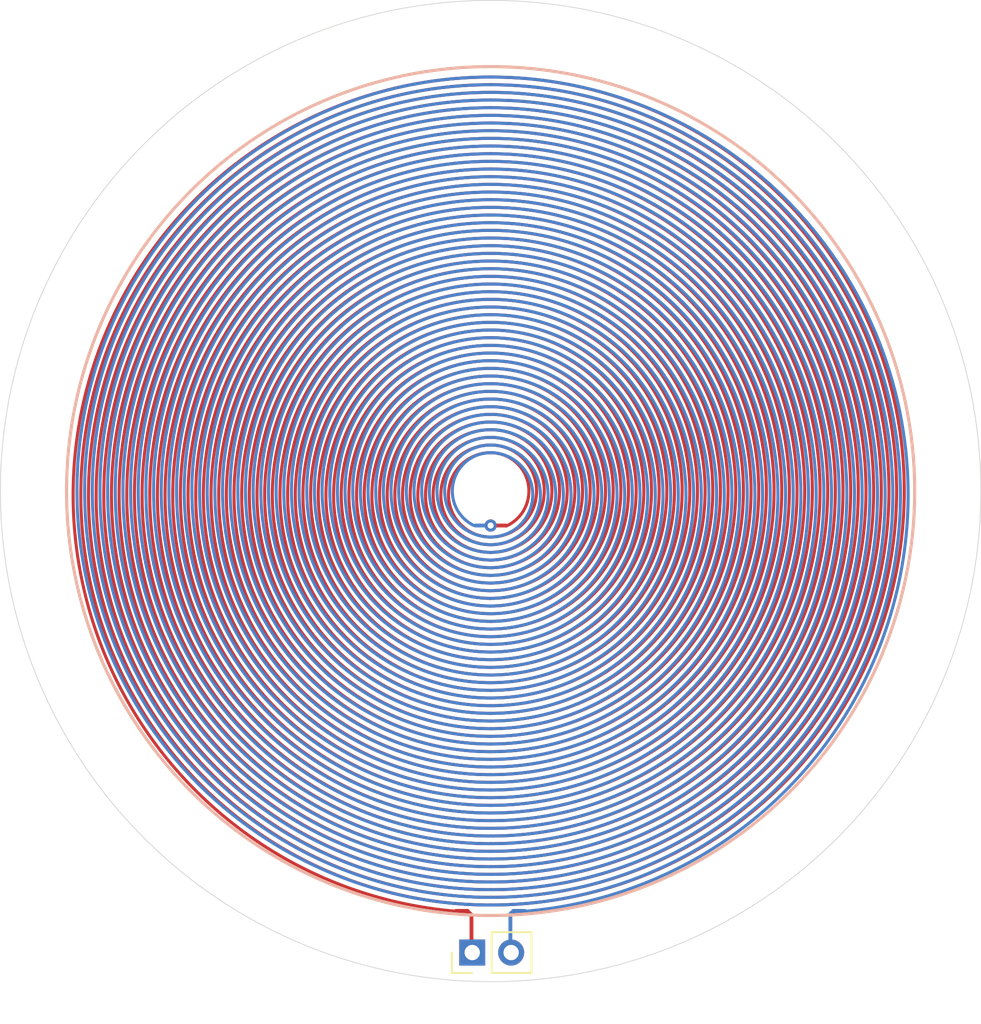
<source format=kicad_pcb>
(kicad_pcb (version 20200512) (host pcbnew "5.99.0-unknown-ad88874~101~ubuntu20.04.1")

  (general
    (thickness 1.6)
    (drawings 203)
    (tracks 9)
    (modules 1)
    (nets 2)
  )

  (paper "A4")
  (layers
    (0 "F.Cu" signal)
    (31 "B.Cu" signal)
    (32 "B.Adhes" user)
    (33 "F.Adhes" user)
    (34 "B.Paste" user)
    (35 "F.Paste" user)
    (36 "B.SilkS" user)
    (37 "F.SilkS" user)
    (38 "B.Mask" user)
    (39 "F.Mask" user)
    (40 "Dwgs.User" user)
    (41 "Cmts.User" user)
    (42 "Eco1.User" user)
    (43 "Eco2.User" user)
    (44 "Edge.Cuts" user)
    (45 "Margin" user)
    (46 "B.CrtYd" user)
    (47 "F.CrtYd" user)
    (48 "B.Fab" user)
    (49 "F.Fab" user)
  )

  (setup
    (last_trace_width 0.25)
    (trace_clearance 0.2)
    (zone_clearance 0.508)
    (zone_45_only no)
    (trace_min 0.2)
    (clearance_min 0)
    (via_min_annulus 0.05)
    (via_min_size 0.4)
    (through_hole_min 0.3)
    (via_size 0.8)
    (via_drill 0.4)
    (uvia_size 0.3)
    (uvia_drill 0.1)
    (uvias_allowed no)
    (uvia_min_size 0.2)
    (uvia_min_drill 0.1)
    (max_error 0.005)
    (defaults
      (edge_clearance 0.01)
      (edge_cuts_line_width 0.05)
      (courtyard_line_width 0.05)
      (copper_line_width 0.2)
      (copper_text_dims (size 1.5 1.5) (thickness 0.3))
      (silk_line_width 0.12)
      (silk_text_dims (size 1 1) (thickness 0.15))
      (fab_layers_line_width 0.1)
      (fab_layers_text_dims (size 1 1) (thickness 0.15))
      (other_layers_line_width 0.1)
      (other_layers_text_dims (size 1 1) (thickness 0.15))
      (dimension_units 0)
      (dimension_precision 1)
    )
    (pad_size 1.524 1.524)
    (pad_drill 0.762)
    (pad_to_mask_clearance 0.05)
    (aux_axis_origin 0 0)
    (visible_elements FFFFFF7F)
    (pcbplotparams
      (layerselection 0x010fc_ffffffff)
      (usegerberextensions false)
      (usegerberattributes true)
      (usegerberadvancedattributes true)
      (creategerberjobfile true)
      (svguseinch false)
      (svgprecision 6)
      (excludeedgelayer true)
      (linewidth 0.100000)
      (plotframeref false)
      (viasonmask false)
      (mode 1)
      (useauxorigin false)
      (hpglpennumber 1)
      (hpglpenspeed 20)
      (hpglpendiameter 15.000000)
      (psnegative false)
      (psa4output false)
      (plotreference true)
      (plotvalue true)
      (plotinvisibletext false)
      (sketchpadsonfab false)
      (subtractmaskfromsilk false)
      (outputformat 1)
      (mirror false)
      (drillshape 0)
      (scaleselection 1)
      (outputdirectory "gerbs/")
    )
  )

  (net 0 "")
  (net 1 "Net-(J1-Pad1)")

  (net_class "Default" "This is the default net class."
    (clearance 0.2)
    (trace_width 0.25)
    (via_dia 0.8)
    (via_drill 0.4)
    (uvia_dia 0.3)
    (uvia_drill 0.1)
    (add_net "Net-(J1-Pad1)")
  )

  (module "Connector_PinHeader_2.54mm:PinHeader_1x02_P2.54mm_Vertical" (layer "F.Cu") (tedit 59FED5CC) (tstamp 9561d763-7962-42c3-9458-5d270416bee5)
    (at 143.8 117.6 90)
    (descr "Through hole straight pin header, 1x02, 2.54mm pitch, single row")
    (tags "Through hole pin header THT 1x02 2.54mm single row")
    (path "/11285b0a-d409-4966-a2c4-ed6916c3fc97")
    (fp_text reference "J1" (at 0 -2.33 90) (layer "F.SilkS") hide
      (effects (font (size 1 1) (thickness 0.15)))
    )
    (fp_text value "Conn_01x02" (at 0 4.87 90) (layer "F.Fab")
      (effects (font (size 1 1) (thickness 0.15)))
    )
    (fp_line (start -0.635 -1.27) (end 1.27 -1.27) (layer "F.Fab") (width 0.1))
    (fp_line (start 1.27 -1.27) (end 1.27 3.81) (layer "F.Fab") (width 0.1))
    (fp_line (start 1.27 3.81) (end -1.27 3.81) (layer "F.Fab") (width 0.1))
    (fp_line (start -1.27 3.81) (end -1.27 -0.635) (layer "F.Fab") (width 0.1))
    (fp_line (start -1.27 -0.635) (end -0.635 -1.27) (layer "F.Fab") (width 0.1))
    (fp_line (start -1.33 3.87) (end 1.33 3.87) (layer "F.SilkS") (width 0.12))
    (fp_line (start -1.33 1.27) (end -1.33 3.87) (layer "F.SilkS") (width 0.12))
    (fp_line (start 1.33 1.27) (end 1.33 3.87) (layer "F.SilkS") (width 0.12))
    (fp_line (start -1.33 1.27) (end 1.33 1.27) (layer "F.SilkS") (width 0.12))
    (fp_line (start -1.33 0) (end -1.33 -1.33) (layer "F.SilkS") (width 0.12))
    (fp_line (start -1.33 -1.33) (end 0 -1.33) (layer "F.SilkS") (width 0.12))
    (fp_line (start -1.8 -1.8) (end -1.8 4.35) (layer "F.CrtYd") (width 0.05))
    (fp_line (start -1.8 4.35) (end 1.8 4.35) (layer "F.CrtYd") (width 0.05))
    (fp_line (start 1.8 4.35) (end 1.8 -1.8) (layer "F.CrtYd") (width 0.05))
    (fp_line (start 1.8 -1.8) (end -1.8 -1.8) (layer "F.CrtYd") (width 0.05))
    (fp_text user "${REFERENCE}" (at 0 1.27) (layer "F.Fab")
      (effects (font (size 1 1) (thickness 0.15)))
    )
    (pad "1" thru_hole rect (at 0 0 90) (size 1.7 1.7) (drill 1) (layers *.Cu *.Mask)
      (net 1 "Net-(J1-Pad1)") (pinfunction "Pin_1") (tstamp 56075f24-065a-4ac7-921b-8a0501e3b4c5))
    (pad "2" thru_hole oval (at 0 2.54 90) (size 1.7 1.7) (drill 1) (layers *.Cu *.Mask)
      (net 1 "Net-(J1-Pad1)") (pinfunction "Pin_2") (tstamp 31867e01-aeb6-44a6-8b60-dcc718892051))
    (model "${KISYS3DMOD}/Connector_PinHeader_2.54mm.3dshapes/PinHeader_1x02_P2.54mm_Vertical.wrl"
      (at (xyz 0 0 0))
      (scale (xyz 1 1 1))
      (rotate (xyz 0 0 0))
    )
  )

  (gr_circle (center 145 87.5) (end 172.681221 87.5) (layer "B.SilkS") (width 0.2) (tstamp 4819a2d6-7ac5-4734-9ecd-4f3ab84e6448))
  (gr_circle (center 145 87.5) (end 172.681221 87.5) (layer "F.SilkS") (width 0.2) (tstamp e9f0dc36-0511-41cc-b1f4-e01daf236f1f))
  (gr_arc (start 145 87.5) (end 145 85) (angle 156) (layer "F.Cu") (width 0.2) (tstamp 26419955-f8ce-4617-bd88-60e5cfa4aa06))
  (gr_arc (start 145 87.5) (end 145 85) (angle -153.4349488) (layer "B.Cu") (width 0.2) (tstamp 9cc7f630-07ad-4fe1-af77-543144871012))
  (gr_circle (center 145 87.5) (end 145 119.5) (layer "Edge.Cuts") (width 0.05) (tstamp 0bcae19a-52a0-4aab-af9f-c88342160c3c))
  (gr_arc (start 145 87.75) (end 145 66.5) (angle 180) (layer "B.Cu") (width 0.2) (tstamp ffe0c488-c4a6-497d-b512-9ba146b3e442))
  (gr_arc (start 145 87.5) (end 145 90.5) (angle 180) (layer "B.Cu") (width 0.2) (tstamp 69e0be4f-ef54-406f-9e61-956a8cd8ed47))
  (gr_arc (start 145 87.75) (end 145 68.5) (angle 180) (layer "B.Cu") (width 0.2) (tstamp e1cb62a8-539a-4883-95c4-6fb609c911c8))
  (gr_arc (start 145 87.75) (end 145 70.5) (angle 180) (layer "B.Cu") (width 0.2) (tstamp 9836f9c4-5897-4f58-82c5-e426a604dc63))
  (gr_arc (start 145 87.75) (end 145 76) (angle 180) (layer "B.Cu") (width 0.2) (tstamp 0f93fbd5-a20c-47ea-95c6-669d94473995))
  (gr_arc (start 145 87.75) (end 145 71) (angle 180) (layer "B.Cu") (width 0.2) (tstamp 8e319f58-f2e1-44c0-8371-cd0e8394ea6d))
  (gr_arc (start 145 87.75) (end 145 63.5) (angle 180) (layer "B.Cu") (width 0.2) (tstamp 356fac9a-0df7-433a-843f-0a45fcf37290))
  (gr_arc (start 145 87.5) (end 145 95.5) (angle 180) (layer "B.Cu") (width 0.2) (tstamp d03e304e-50bc-46af-8110-1b2fca6a719f))
  (gr_arc (start 145 87.5) (end 145 99) (angle 180) (layer "B.Cu") (width 0.2) (tstamp 94cf2f81-e470-44b1-9ab6-df17cdb77669))
  (gr_arc (start 145 87.5) (end 145 91) (angle 180) (layer "B.Cu") (width 0.2) (tstamp 6aaae649-981c-428c-b37d-e04d5d54093d))
  (gr_arc (start 145 87.5) (end 145 98) (angle 180) (layer "B.Cu") (width 0.2) (tstamp 9ee6b88d-0d44-4c45-b381-2e31c46e2982))
  (gr_arc (start 145 87.5) (end 145 103) (angle 180) (layer "B.Cu") (width 0.2) (tstamp fa2bd5dd-0a3b-4014-a4eb-8b5945d19d20))
  (gr_arc (start 145 87.5) (end 145 96.5) (angle 180) (layer "B.Cu") (width 0.2) (tstamp 2158fb00-5bba-436b-a401-bb9c98d060ec))
  (gr_arc (start 145 87.75) (end 145 65) (angle 180) (layer "B.Cu") (width 0.2) (tstamp 0c5cf7f5-f18f-44ef-bc6c-d4ca7b6cffc1))
  (gr_arc (start 145 87.5) (end 145 109) (angle 180) (layer "B.Cu") (width 0.2) (tstamp 581fbee8-65e2-4f98-ac87-9609e4695e1f))
  (gr_arc (start 145 87.75) (end 145 65.5) (angle 180) (layer "B.Cu") (width 0.2) (tstamp 52f86802-35f3-43f0-868e-edb9dbafcc11))
  (gr_arc (start 145 87.75) (end 145 80.5) (angle 180) (layer "B.Cu") (width 0.2) (tstamp 5d4013f9-d332-4912-aa90-8dcdb1c5ed47))
  (gr_arc (start 145 87.5) (end 145 108) (angle 180) (layer "B.Cu") (width 0.2) (tstamp bc63a1f6-39dd-4572-856a-4f1968b19f2e))
  (gr_arc (start 145 87.75) (end 145 73.5) (angle 180) (layer "B.Cu") (width 0.2) (tstamp 3c780de3-29c1-4d66-b9d5-81c494689e47))
  (gr_arc (start 145 87.75) (end 145 75.5) (angle 180) (layer "B.Cu") (width 0.2) (tstamp 8264028f-97b7-47df-a195-5040dd09bfbb))
  (gr_arc (start 145 87.75) (end 145 74.5) (angle 180) (layer "B.Cu") (width 0.2) (tstamp ab5d15f2-7e8b-4233-9758-e8f2e9bb2664))
  (gr_arc (start 145 87.75) (end 145 67) (angle 180) (layer "B.Cu") (width 0.2) (tstamp 4d0dce12-c567-4216-921b-4003a1402ea2))
  (gr_arc (start 145 87.5) (end 145 105.5) (angle 180) (layer "B.Cu") (width 0.2) (tstamp 47e2b383-b0d5-4228-854e-88cb579c87ea))
  (gr_arc (start 145 87.5) (end 145 112) (angle 180) (layer "B.Cu") (width 0.2) (tstamp 9bbfdc5c-8ef0-457f-987f-a722f172fccc))
  (gr_arc (start 145 87.75) (end 145 75) (angle 180) (layer "B.Cu") (width 0.2) (tstamp 82c82e94-ab13-4a73-be85-7e4f184b8828))
  (gr_arc (start 145 87.75) (end 145 61.5) (angle 180) (layer "B.Cu") (width 0.2) (tstamp 47338ce6-9343-455e-9852-83f126994014))
  (gr_arc (start 145 87.75) (end 145 84.5) (angle 180) (layer "B.Cu") (width 0.2) (tstamp 06cdd209-cb61-4469-9d0c-df7a1880cc26))
  (gr_arc (start 145 87.5) (end 145 107.5) (angle 180) (layer "B.Cu") (width 0.2) (tstamp 424ca79a-de38-495f-b755-559c5b5a23be))
  (gr_arc (start 145 87.75) (end 145 76.5) (angle 180) (layer "B.Cu") (width 0.2) (tstamp d05c7675-a585-4ab9-aa5f-cff5f6105965))
  (gr_arc (start 145 87.75) (end 145 72.5) (angle 180) (layer "B.Cu") (width 0.2) (tstamp 71896943-fd2e-41f9-8d57-599fbdcb3a1b))
  (gr_arc (start 145 87.5) (end 145 93) (angle 180) (layer "B.Cu") (width 0.2) (tstamp 8d0d9d13-b208-4c4e-9b7f-07fccc56963b))
  (gr_arc (start 145 87.5) (end 145 101) (angle 180) (layer "B.Cu") (width 0.2) (tstamp 0b30ebec-5645-40a3-b283-58240171b467))
  (gr_arc (start 145 87.75) (end 145 60.5) (angle 177) (layer "B.Cu") (width 0.2) (tstamp 341a29ac-ed35-481d-a1e1-3d4e7a6fa4d3))
  (gr_arc (start 145 87.5) (end 145 111.5) (angle 180) (layer "B.Cu") (width 0.2) (tstamp d4494aef-e53b-4c02-80d9-94126c1f9e76))
  (gr_arc (start 145 87.5) (end 145 97) (angle 180) (layer "B.Cu") (width 0.2) (tstamp eb2428fe-f837-4f79-972a-36bf13b7e568))
  (gr_arc (start 145 87.75) (end 145 66) (angle 180) (layer "B.Cu") (width 0.2) (tstamp 789c1c24-a2fd-48f1-8463-96668e550a94))
  (gr_arc (start 145 87.75) (end 145 82.5) (angle 180) (layer "B.Cu") (width 0.2) (tstamp 28c07873-37af-450c-8175-c03763b45bb6))
  (gr_arc (start 145 87.5) (end 145 107) (angle 180) (layer "B.Cu") (width 0.2) (tstamp d26d380f-845b-4067-85c9-5381d26a1183))
  (gr_arc (start 145 87.5) (end 145 95) (angle 180) (layer "B.Cu") (width 0.2) (tstamp 388ab350-33a6-40a5-a108-fe78bfa508e1))
  (gr_arc (start 145 87.75) (end 145 79) (angle 180) (layer "B.Cu") (width 0.2) (tstamp 5c465f6b-9c62-45ba-8026-14a2eb5dd924))
  (gr_arc (start 145 87.5) (end 145 113) (angle 180) (layer "B.Cu") (width 0.2) (tstamp cc376227-dd44-456a-8b78-7f1bbcfdc12f))
  (gr_arc (start 145 87.75) (end 145 71.5) (angle 180) (layer "B.Cu") (width 0.2) (tstamp 48030679-34f9-4f63-901f-926b1f84e85a))
  (gr_arc (start 145 87.5) (end 145 91.5) (angle 180) (layer "B.Cu") (width 0.2) (tstamp b517d7b0-a3cc-4382-bcc7-3b195e4cd14d))
  (gr_arc (start 145 87.75) (end 145 78.5) (angle 180) (layer "B.Cu") (width 0.2) (tstamp 2881f0aa-469f-4bf9-8481-19e58dae9741))
  (gr_arc (start 145 87.5) (end 145 106) (angle 180) (layer "B.Cu") (width 0.2) (tstamp 4e083b24-a5ed-40d3-b85a-ab3d69ae9fbf))
  (gr_arc (start 145 87.75) (end 145 81.5) (angle 180) (layer "B.Cu") (width 0.2) (tstamp 4c393869-eb31-4598-ac9b-d6f4ea8a1628))
  (gr_arc (start 145 87.5) (end 145 105) (angle 180) (layer "B.Cu") (width 0.2) (tstamp 5267382e-d4b3-468a-99d8-dc98d473310a))
  (gr_arc (start 145 87.75) (end 145 77.5) (angle 180) (layer "B.Cu") (width 0.2) (tstamp 77f9125b-c66a-4e86-b499-12c84946b8f8))
  (gr_arc (start 145 87.5) (end 145 103.5) (angle 180) (layer "B.Cu") (width 0.2) (tstamp f54bd920-259a-4b45-82ce-82171b63b92b))
  (gr_arc (start 145 87.5) (end 145 111) (angle 180) (layer "B.Cu") (width 0.2) (tstamp 04c0340a-5933-41e1-b45a-7d2a870d97b2))
  (gr_arc (start 145 87.5) (end 145 102) (angle 180) (layer "B.Cu") (width 0.2) (tstamp 26d61195-1e75-4f7f-893c-eec62f6efbba))
  (gr_arc (start 145 87.75) (end 145 77) (angle 180) (layer "B.Cu") (width 0.2) (tstamp f7a30914-baca-47e5-8142-36d4aa788006))
  (gr_arc (start 145 87.5) (end 145 114) (angle 180) (layer "B.Cu") (width 0.2) (tstamp 8b2f1d87-15be-4f9c-95df-28e41b1c2039))
  (gr_arc (start 145 87.75) (end 145 62) (angle 180) (layer "B.Cu") (width 0.2) (tstamp 1ee70ed8-e29e-4975-8465-307570d35072))
  (gr_arc (start 145 87.75) (end 145 84) (angle 180) (layer "B.Cu") (width 0.2) (tstamp 475bc83b-d1f1-494f-ba94-3bf5921bd3e0))
  (gr_arc (start 145 87.75) (end 145 85) (angle 180) (layer "B.Cu") (width 0.2) (tstamp 527bc4c7-7c03-491f-bd93-a0c06f0bc493))
  (gr_arc (start 145 87.75) (end 145 83.5) (angle 180) (layer "B.Cu") (width 0.2) (tstamp 8d68b3b3-44f9-47d5-aff9-da097177992e))
  (gr_arc (start 145 87.75) (end 145 61) (angle 180) (layer "B.Cu") (width 0.2) (tstamp 0719d7d3-9426-407c-ad49-e1f30015ccf2))
  (gr_arc (start 145 87.5) (end 145 113.5) (angle 180) (layer "B.Cu") (width 0.2) (tstamp 2500126d-c8f2-450c-9778-59c8597221e6))
  (gr_arc (start 145 87.5) (end 145 110.5) (angle 180) (layer "B.Cu") (width 0.2) (tstamp 5dfeb943-fd45-4e40-91f6-4aa17fb13645))
  (gr_arc (start 145 87.5) (end 145 106.5) (angle 180) (layer "B.Cu") (width 0.2) (tstamp 4658a09b-833e-4d0f-89f5-eb68889a3c25))
  (gr_arc (start 145 87.75) (end 145 80) (angle 180) (layer "B.Cu") (width 0.2) (tstamp caf322b5-4767-43f9-870b-3844bc5087ac))
  (gr_arc (start 145 87.75) (end 145 68) (angle 180) (layer "B.Cu") (width 0.2) (tstamp 706353f6-9357-4622-b460-cf1944c86ece))
  (gr_arc (start 145 87.75) (end 145 67.5) (angle 180) (layer "B.Cu") (width 0.2) (tstamp 0cf874a5-0c57-4597-8894-b751aef0bf48))
  (gr_arc (start 145 87.5) (end 145 108.5) (angle 180) (layer "B.Cu") (width 0.2) (tstamp 57a2f3df-8d28-4284-8e66-0a9f7fbae168))
  (gr_arc (start 145 87.5) (end 145 96) (angle 180) (layer "B.Cu") (width 0.2) (tstamp d980d2da-d4f4-43d9-9c89-e117479ccc49))
  (gr_arc (start 145 87.5) (end 145 110) (angle 180) (layer "B.Cu") (width 0.2) (tstamp 4d7bc906-d67f-48e7-81f7-4ee0052d35c6))
  (gr_arc (start 145 87.75) (end 145 63) (angle 180) (layer "B.Cu") (width 0.2) (tstamp 758736f0-7b82-4760-9c6c-7924be7c3034))
  (gr_arc (start 145 87.5) (end 145 93.5) (angle 180) (layer "B.Cu") (width 0.2) (tstamp f6084248-0548-424b-b389-9937c2bf0dbb))
  (gr_arc (start 145 87.5) (end 145 92) (angle 180) (layer "B.Cu") (width 0.2) (tstamp b519886e-ba97-415e-a343-e432bb8aebba))
  (gr_arc (start 145 87.5) (end 145 112.5) (angle 180) (layer "B.Cu") (width 0.2) (tstamp 36fa8923-581a-42f1-a942-6b8d4cb28115))
  (gr_arc (start 145 87.5) (end 145 109.5) (angle 180) (layer "B.Cu") (width 0.2) (tstamp 2ec0637c-17b1-4a25-842e-fa28b9b7d917))
  (gr_arc (start 145 87.75) (end 145 73) (angle 180) (layer "B.Cu") (width 0.2) (tstamp b494c474-39e7-4d6b-8abc-176334ed23bc))
  (gr_arc (start 145 87.5) (end 145 114.5) (angle 180) (layer "B.Cu") (width 0.2) (tstamp 0b9c42af-394f-4f5b-8f5f-d216ce4ff3a5))
  (gr_arc (start 145 87.75) (end 145 64.5) (angle 180) (layer "B.Cu") (width 0.2) (tstamp 99aa48c3-50ca-4a72-ab20-a06b5688490c))
  (gr_arc (start 145 87.75) (end 145 70) (angle 180) (layer "B.Cu") (width 0.2) (tstamp 06180004-b3bc-4de2-83a4-53417f27eab4))
  (gr_arc (start 145 87.75) (end 145 64) (angle 180) (layer "B.Cu") (width 0.2) (tstamp 9f579f92-c4bc-4033-98a6-32003024eeb5))
  (gr_arc (start 145 87.5) (end 145 94.5) (angle 180) (layer "B.Cu") (width 0.2) (tstamp c333cf1e-0865-4226-87ce-3fe644b0f90d))
  (gr_arc (start 145 87.5) (end 145 101.5) (angle 180) (layer "B.Cu") (width 0.2) (tstamp b9bc9a11-39ce-4e96-9ebf-c72d003cae5b))
  (gr_arc (start 145 87.75) (end 145 69.5) (angle 180) (layer "B.Cu") (width 0.2) (tstamp 5b84ccea-53ef-4c73-a7c2-4231e887a79e))
  (gr_arc (start 145 87.75) (end 145 82) (angle 180) (layer "B.Cu") (width 0.2) (tstamp 40705d58-45ac-4bd2-9593-b069b6b5e06d))
  (gr_arc (start 145 87.5) (end 145 100) (angle 180) (layer "B.Cu") (width 0.2) (tstamp 76c1235b-ccd4-4f4c-8109-4ce2b25d4b31))
  (gr_arc (start 145 87.5) (end 145 92.5) (angle 180) (layer "B.Cu") (width 0.2) (tstamp 21ca9379-08f3-40dc-9ac5-90cc597b7fdd))
  (gr_arc (start 145 87.5) (end 145 99.5) (angle 180) (layer "B.Cu") (width 0.2) (tstamp 5820361e-91db-4032-8d33-6ed7bb1020f5))
  (gr_arc (start 145 87.5) (end 145 104) (angle 180) (layer "B.Cu") (width 0.2) (tstamp 79a8dd0b-c122-4fad-9293-07d69f9a4963))
  (gr_arc (start 145 87.5) (end 145 98.5) (angle 180) (layer "B.Cu") (width 0.2) (tstamp 532ce113-879a-40d6-9816-846f3e238a3b))
  (gr_arc (start 145 87.5) (end 145 104.5) (angle 180) (layer "B.Cu") (width 0.2) (tstamp b3ebb204-3785-4489-bda9-4639e81fd65d))
  (gr_arc (start 145 87.75) (end 145 78) (angle 180) (layer "B.Cu") (width 0.2) (tstamp 8c915c43-f559-4760-9bad-f7caf5c022d0))
  (gr_arc (start 145 87.75) (end 145 74) (angle 180) (layer "B.Cu") (width 0.2) (tstamp 443e32b6-3750-4acd-aa07-da837006d3a5))
  (gr_arc (start 145 87.5) (end 145 100.5) (angle 180) (layer "B.Cu") (width 0.2) (tstamp 3472828b-e932-4bce-ab19-35114c54cd9e))
  (gr_arc (start 145 87.75) (end 145 62.5) (angle 180) (layer "B.Cu") (width 0.2) (tstamp 6e6d97f7-81a2-4afb-b67f-623e86fc6e82))
  (gr_arc (start 145 87.75) (end 145 81) (angle 180) (layer "B.Cu") (width 0.2) (tstamp 013eaabf-066b-421a-8133-45d681661ac3))
  (gr_arc (start 145 87.75) (end 145 79.5) (angle 180) (layer "B.Cu") (width 0.2) (tstamp e23b7857-5a62-4c77-a4a5-aa6d12124eff))
  (gr_arc (start 145 87.5) (end 145 97.5) (angle 180) (layer "B.Cu") (width 0.2) (tstamp c39807fd-24cc-4d7b-805b-6ef484aaea74))
  (gr_arc (start 145 87.75) (end 145 72) (angle 180) (layer "B.Cu") (width 0.2) (tstamp 0d97f723-43e5-4024-9ae9-1feac9219679))
  (gr_arc (start 145 87.75) (end 145 83) (angle 180) (layer "B.Cu") (width 0.2) (tstamp 0e904173-f04b-49ac-aa87-a6123a72e942))
  (gr_arc (start 145 87.75) (end 145 69) (angle 180) (layer "B.Cu") (width 0.2) (tstamp 692b11b5-1f7b-43ef-b621-34a3a7316669))
  (gr_arc (start 145 87.5) (end 145 94) (angle 180) (layer "B.Cu") (width 0.2) (tstamp 82f7edbc-65f6-4978-9ed3-a44c3fb28a51))
  (gr_arc (start 145 87.5) (end 145 102.5) (angle 180) (layer "B.Cu") (width 0.2) (tstamp d061e815-a715-4981-a39f-8299b76b4699))
  (gr_arc (start 145 87.75) (end 145 60.5) (angle -177) (layer "F.Cu") (width 0.2) (tstamp cfabdd03-2906-4067-9aed-516134245624))
  (gr_arc (start 145 87.75) (end 145 61) (angle -180) (layer "F.Cu") (width 0.2) (tstamp c2f57242-4f4a-47d8-972c-381402786848))
  (gr_arc (start 145 87.75) (end 145 61.5) (angle -180) (layer "F.Cu") (width 0.2) (tstamp 837fd62a-2b3e-49e6-8f13-af20debfdc13))
  (gr_arc (start 145 87.75) (end 145 62) (angle -180) (layer "F.Cu") (width 0.2) (tstamp c30db1c2-91a3-4018-ab75-3d84c6f5a864))
  (gr_arc (start 145 87.75) (end 145 62.5) (angle -180) (layer "F.Cu") (width 0.2) (tstamp 5412b934-0d5f-4cef-95e8-c5397a34b184))
  (gr_arc (start 145 87.75) (end 145 63) (angle -180) (layer "F.Cu") (width 0.2) (tstamp 4ea6d83f-b944-4cc7-ac49-7dede1436f9d))
  (gr_arc (start 145 87.75) (end 145 63.5) (angle -180) (layer "F.Cu") (width 0.2) (tstamp 6179b31c-403e-4368-9b41-f8cebefdee0a))
  (gr_arc (start 145 87.75) (end 145 64) (angle -180) (layer "F.Cu") (width 0.2) (tstamp 6e4e08cf-0216-4da2-8250-ae43c4134e23))
  (gr_arc (start 145 87.5) (end 145 114.5) (angle -180) (layer "F.Cu") (width 0.2) (tstamp d1523580-5b39-4c49-b74f-87e2e3684ad4))
  (gr_arc (start 145 87.5) (end 145 114) (angle -180) (layer "F.Cu") (width 0.2) (tstamp eed63794-ffe2-49a6-afd3-395b1b482eb1))
  (gr_arc (start 145 87.5) (end 145 113.5) (angle -180) (layer "F.Cu") (width 0.2) (tstamp 3be87979-524d-466b-9a1c-cf6b06d65558))
  (gr_arc (start 145 87.75) (end 145 64.5) (angle -180) (layer "F.Cu") (width 0.2) (tstamp 5870b4f6-0434-4cdc-b44c-3581ad5ba6ec))
  (gr_arc (start 145 87.5) (end 145 113) (angle -180) (layer "F.Cu") (width 0.2) (tstamp c452e1f6-9875-4b94-8b84-ca099b9faeb5))
  (gr_arc (start 145 87.5) (end 145 112.5) (angle -180) (layer "F.Cu") (width 0.2) (tstamp 85b26143-9ea2-44df-839c-35310acd2a8f))
  (gr_arc (start 145 87.5) (end 145 112) (angle -180) (layer "F.Cu") (width 0.2) (tstamp bbdd9416-810c-4032-a502-7f48736e7193))
  (gr_arc (start 145 87.5) (end 145 111.5) (angle -180) (layer "F.Cu") (width 0.2) (tstamp 6fb9ea44-de29-4df4-9a14-327c2ab98199))
  (gr_arc (start 145 87.75) (end 145 65) (angle -180) (layer "F.Cu") (width 0.2) (tstamp e7a9d7f5-cc12-4b3c-83c1-34c93400b2f3))
  (gr_arc (start 145 87.5) (end 145 111) (angle -180) (layer "F.Cu") (width 0.2) (tstamp 3c01358a-2bb1-4f6b-a51c-ee7db3b650fe))
  (gr_arc (start 145 87.5) (end 145 110.5) (angle -180) (layer "F.Cu") (width 0.2) (tstamp 25d70a10-067a-4a5c-b59a-ed3f1411c644))
  (gr_arc (start 145 87.5) (end 145 110) (angle -180) (layer "F.Cu") (width 0.2) (tstamp 20788bae-baaa-4f21-9a89-db748a64b1f9))
  (gr_arc (start 145 87.75) (end 145 65.5) (angle -180) (layer "F.Cu") (width 0.2) (tstamp aa6bf7d8-9218-4d4e-b72d-e0ff9f5eece8))
  (gr_arc (start 145 87.5) (end 145 109.5) (angle -180) (layer "F.Cu") (width 0.2) (tstamp d6302c8f-bf65-47d8-97aa-67d72bf5b8c3))
  (gr_arc (start 145 87.75) (end 145 66) (angle -180) (layer "F.Cu") (width 0.2) (tstamp 3d55c9b4-2f83-4dd8-a51b-063726a2bda4))
  (gr_arc (start 145 87.5) (end 145 109) (angle -180) (layer "F.Cu") (width 0.2) (tstamp 989cff7e-eca7-4098-9cc1-bd05fea7d709))
  (gr_arc (start 145 87.75) (end 145 66.5) (angle -180) (layer "F.Cu") (width 0.2) (tstamp 4886fa57-ee8b-473f-a5b9-03fd65188173))
  (gr_arc (start 145 87.5) (end 145 108.5) (angle -180) (layer "F.Cu") (width 0.2) (tstamp 47200518-f020-46f6-a4b9-5ab9e3813594))
  (gr_arc (start 145 87.75) (end 145 67) (angle -180) (layer "F.Cu") (width 0.2) (tstamp 2d45078b-3ac1-4a8e-88d5-3186c0ec7cea))
  (gr_arc (start 145 87.5) (end 145 108) (angle -180) (layer "F.Cu") (width 0.2) (tstamp 183e0221-baf8-4ee3-b09e-7c3837ab492b))
  (gr_arc (start 145 87.75) (end 145 75.5) (angle -180) (layer "F.Cu") (width 0.2) (tstamp eed9a34a-c564-450d-8ebc-442dbc684c25))
  (gr_arc (start 145 87.75) (end 145 75) (angle -180) (layer "F.Cu") (width 0.2) (tstamp 86630dc9-24fb-41ae-b2d1-fd0ea79a0fad))
  (gr_arc (start 145 87.75) (end 145 74.5) (angle -180) (layer "F.Cu") (width 0.2) (tstamp 6354ad0b-831d-4249-be14-adcbccaf57f4))
  (gr_arc (start 145 87.75) (end 145 74) (angle -180) (layer "F.Cu") (width 0.2) (tstamp ba9f9d38-ae90-4b7b-94e5-7d20702dad2f))
  (gr_arc (start 145 87.75) (end 145 73.5) (angle -180) (layer "F.Cu") (width 0.2) (tstamp fac0227d-7d44-4212-ad57-f2114562ddd4))
  (gr_arc (start 145 87.75) (end 145 73) (angle -180) (layer "F.Cu") (width 0.2) (tstamp d9461354-9dac-41a0-950e-b808d27ef2cc))
  (gr_arc (start 145 87.75) (end 145 72.5) (angle -180) (layer "F.Cu") (width 0.2) (tstamp c90bc505-a103-4ec8-ba3d-f047d31f087b))
  (gr_arc (start 145 87.75) (end 145 72) (angle -180) (layer "F.Cu") (width 0.2) (tstamp 29a04b63-6228-4b36-8709-0f39509b4a44))
  (gr_arc (start 145 87.75) (end 145 71.5) (angle -180) (layer "F.Cu") (width 0.2) (tstamp b238aed7-033e-4133-9a6c-5f7ec1c67702))
  (gr_arc (start 145 87.75) (end 145 71) (angle -180) (layer "F.Cu") (width 0.2) (tstamp 93c64043-ad65-4d3e-94a8-12adbe7c1b15))
  (gr_arc (start 145 87.75) (end 145 70.5) (angle -180) (layer "F.Cu") (width 0.2) (tstamp 30e456bd-2575-4a0c-b594-087df312616c))
  (gr_arc (start 145 87.75) (end 145 70) (angle -180) (layer "F.Cu") (width 0.2) (tstamp 913fcc19-6255-4d67-88a7-e751f21c3d29))
  (gr_arc (start 145 87.75) (end 145 69.5) (angle -180) (layer "F.Cu") (width 0.2) (tstamp afffc85a-74c3-45cf-9f19-92654de57ba7))
  (gr_arc (start 145 87.75) (end 145 69) (angle -180) (layer "F.Cu") (width 0.2) (tstamp 653f5216-197e-4c55-aa82-23576173485c))
  (gr_arc (start 145 87.75) (end 145 68.5) (angle -180) (layer "F.Cu") (width 0.2) (tstamp 6eae53fb-d87e-4b80-8403-13cc64f7307e))
  (gr_arc (start 145 87.75) (end 145 68) (angle -180) (layer "F.Cu") (width 0.2) (tstamp 30316ad9-aaed-4836-8e9d-f2636e9c3c91))
  (gr_arc (start 145 87.75) (end 145 67.5) (angle -180) (layer "F.Cu") (width 0.2) (tstamp e96b8a22-1dcd-408d-bd96-a31789086296))
  (gr_arc (start 145 87.75) (end 145 78.5) (angle -180) (layer "F.Cu") (width 0.2) (tstamp 08159045-b896-45c9-93bb-bedf3782f753))
  (gr_arc (start 145 87.75) (end 145 85) (angle -180) (layer "F.Cu") (width 0.2) (tstamp ba87ea7d-0495-4a41-8804-5a62ae410707))
  (gr_arc (start 145 87.75) (end 145 76) (angle -180) (layer "F.Cu") (width 0.2) (tstamp 388e7443-97eb-4cf8-adbe-0ca9c5459d8a))
  (gr_arc (start 145 87.75) (end 145 77) (angle -180) (layer "F.Cu") (width 0.2) (tstamp ba87714b-355e-4aeb-ba98-8eb47986f890))
  (gr_arc (start 145 87.75) (end 145 77.5) (angle -180) (layer "F.Cu") (width 0.2) (tstamp 738b1941-7069-477d-bb69-0ee64cfcdd37))
  (gr_arc (start 145 87.75) (end 145 78) (angle -180) (layer "F.Cu") (width 0.2) (tstamp beb9f170-bf60-4035-b44f-390eba6bfbae))
  (gr_arc (start 145 87.75) (end 145 83) (angle -180) (layer "F.Cu") (width 0.2) (tstamp 83e696ac-169f-4062-b295-f64b13f33376))
  (gr_arc (start 145 87.75) (end 145 83.5) (angle -180) (layer "F.Cu") (width 0.2) (tstamp ea0b2e52-a4f5-47e7-9718-e065e0c15749))
  (gr_arc (start 145 87.75) (end 145 84) (angle -180) (layer "F.Cu") (width 0.2) (tstamp e55f4578-e5fe-4a68-a5cb-05f9c10f86c4))
  (gr_arc (start 145 87.75) (end 145 84.5) (angle -180) (layer "F.Cu") (width 0.2) (tstamp 1729d100-cecb-4f8a-a1b3-547904c1ae9c))
  (gr_arc (start 145 87.5) (end 145 90.5) (angle -180) (layer "F.Cu") (width 0.2) (tstamp 827068e4-07e9-4124-a1c9-fdf5f34718d9))
  (gr_arc (start 145 87.5) (end 145 91) (angle -180) (layer "F.Cu") (width 0.2) (tstamp afe0af80-7821-475b-a1f3-027b7b69ebd2))
  (gr_arc (start 145 87.5) (end 145 91.5) (angle -180) (layer "F.Cu") (width 0.2) (tstamp 5a345f7a-39b3-44f5-96d5-8560d333d7ec))
  (gr_arc (start 145 87.5) (end 145 92) (angle -180) (layer "F.Cu") (width 0.2) (tstamp 13153942-3f4e-48c7-96b1-7bd447eba0c6))
  (gr_arc (start 145 87.5) (end 145 107.5) (angle -180) (layer "F.Cu") (width 0.2) (tstamp ba06137c-e1a4-4d1c-bd76-b50ed555241b))
  (gr_arc (start 145 87.5) (end 145 107) (angle -180) (layer "F.Cu") (width 0.2) (tstamp c7fb8fe9-a409-4652-8a59-cc70b64cefaf))
  (gr_arc (start 145 87.5) (end 145 106.5) (angle -180) (layer "F.Cu") (width 0.2) (tstamp e0c5dc7f-17f0-41da-adf2-2dc0ab565119))
  (gr_arc (start 145 87.5) (end 145 106) (angle -180) (layer "F.Cu") (width 0.2) (tstamp 81faa78f-7019-4de2-b11d-e678d23b81da))
  (gr_arc (start 145 87.5) (end 145 105.5) (angle -180) (layer "F.Cu") (width 0.2) (tstamp 2c7c7f1f-ee58-4997-be58-cb50607b330e))
  (gr_arc (start 145 87.5) (end 145 105) (angle -180) (layer "F.Cu") (width 0.2) (tstamp ac05de4f-146a-455c-b207-fab3ab70fb1e))
  (gr_arc (start 145 87.5) (end 145 104.5) (angle -180) (layer "F.Cu") (width 0.2) (tstamp e2984a8c-2034-4dc4-a7ee-54298cf183bd))
  (gr_arc (start 145 87.5) (end 145 104) (angle -180) (layer "F.Cu") (width 0.2) (tstamp 3feebb84-ce01-4404-8e7d-427d91ee0288))
  (gr_arc (start 145 87.5) (end 145 103.5) (angle -180) (layer "F.Cu") (width 0.2) (tstamp ddbacaff-0db1-4df8-afe3-d59447a96930))
  (gr_arc (start 145 87.5) (end 145 103) (angle -180) (layer "F.Cu") (width 0.2) (tstamp 4aed89c1-5704-4e1c-bbee-0fd3f87c8cc5))
  (gr_arc (start 145 87.5) (end 145 102.5) (angle -180) (layer "F.Cu") (width 0.2) (tstamp edaf71b6-b335-4250-b874-f35add5d7816))
  (gr_arc (start 145 87.5) (end 145 102) (angle -180) (layer "F.Cu") (width 0.2) (tstamp 235fefa3-00fa-4797-b775-fdb85a951a2c))
  (gr_arc (start 145 87.5) (end 145 101.5) (angle -180) (layer "F.Cu") (width 0.2) (tstamp d6499ec2-97ba-4e14-8870-9b5934346469))
  (gr_arc (start 145 87.5) (end 145 101) (angle -180) (layer "F.Cu") (width 0.2) (tstamp e5ec5566-9e65-4c61-91ec-b8b008e9a398))
  (gr_arc (start 145 87.5) (end 145 100.5) (angle -180) (layer "F.Cu") (width 0.2) (tstamp fb1170be-6544-43ad-b638-b593acc1d9b9))
  (gr_arc (start 145 87.5) (end 145 100) (angle -180) (layer "F.Cu") (width 0.2) (tstamp f2fb9a74-a9c6-4636-9972-2d4e1495e022))
  (gr_arc (start 145 87.5) (end 145 99.5) (angle -180) (layer "F.Cu") (width 0.2) (tstamp c72d0404-0401-492b-a9f8-3d3c6ca25d12))
  (gr_arc (start 145 87.75) (end 145 76.5) (angle -180) (layer "F.Cu") (width 0.2) (tstamp 44435aa9-8746-41e8-937c-ad04d07d317d))
  (gr_arc (start 145 87.5) (end 145 99) (angle -180) (layer "F.Cu") (width 0.2) (tstamp 4a5be4cd-2d00-4ad4-bd8d-28bc0eec3e08))
  (gr_arc (start 145 87.5) (end 145 98.5) (angle -180) (layer "F.Cu") (width 0.2) (tstamp 9c3e0421-b2bf-445a-9aba-7d356189fe62))
  (gr_arc (start 145 87.5) (end 145 98) (angle -180) (layer "F.Cu") (width 0.2) (tstamp ad630705-d555-412c-9edb-81bcf04b9eab))
  (gr_arc (start 145 87.5) (end 145 97.5) (angle -180) (layer "F.Cu") (width 0.2) (tstamp 7be67e85-e18b-40dc-8147-e667f517650d))
  (gr_arc (start 145 87.5) (end 145 97) (angle -180) (layer "F.Cu") (width 0.2) (tstamp dc5f97a7-1e6a-48c0-9956-af1bf36940a0))
  (gr_arc (start 145 87.5) (end 145 96.5) (angle -180) (layer "F.Cu") (width 0.2) (tstamp 8043a0fa-e774-4f62-a062-6e43370dbe69))
  (gr_arc (start 145 87.75) (end 145 79) (angle -180) (layer "F.Cu") (width 0.2) (tstamp efddb9af-bb87-4a2f-8a1b-587d958a8e30))
  (gr_arc (start 145 87.5) (end 145 96) (angle -180) (layer "F.Cu") (width 0.2) (tstamp 0d64153f-a570-49c9-a5e1-744a312a25b4))
  (gr_arc (start 145 87.75) (end 145 79.5) (angle -180) (layer "F.Cu") (width 0.2) (tstamp 5078cad1-b9f7-4096-b057-9b8eb021fa90))
  (gr_arc (start 145 87.5) (end 145 95.5) (angle -180) (layer "F.Cu") (width 0.2) (tstamp 1f4eea5f-6194-492b-9b3a-6919a4449bd9))
  (gr_arc (start 145 87.75) (end 145 80) (angle -180) (layer "F.Cu") (width 0.2) (tstamp c3658a77-71a1-49ec-9e03-5963764d79f3))
  (gr_arc (start 145 87.5) (end 145 95) (angle -180) (layer "F.Cu") (width 0.2) (tstamp debba129-ca8f-4423-8dc1-82df1a73eeed))
  (gr_arc (start 145 87.75) (end 145 80.5) (angle -180) (layer "F.Cu") (width 0.2) (tstamp 361c4502-f611-4975-ba40-c298c11c7f6e))
  (gr_arc (start 145 87.5) (end 145 94.5) (angle -180) (layer "F.Cu") (width 0.2) (tstamp 1a816eec-ed30-4af0-9b63-6aa8917596d3))
  (gr_arc (start 145 87.75) (end 145 81) (angle -180) (layer "F.Cu") (width 0.2) (tstamp 98902efa-ac76-4b2a-95cd-b645c206bf5b))
  (gr_arc (start 145 87.5) (end 145 94) (angle -180) (layer "F.Cu") (width 0.2) (tstamp a91ccb7f-6178-4d04-8cb5-591a4deb1d94))
  (gr_arc (start 145 87.75) (end 145 81.5) (angle -180) (layer "F.Cu") (width 0.2) (tstamp ace5c16b-6d79-4f42-86ef-cf5e1ec24db6))
  (gr_arc (start 145 87.5) (end 145 93.5) (angle -180) (layer "F.Cu") (width 0.2) (tstamp 62b47d1d-be12-4fd2-854c-12c0ca73c9a3))
  (gr_arc (start 145 87.75) (end 145 82) (angle -180) (layer "F.Cu") (width 0.2) (tstamp 392a742d-816c-4ab5-aac9-a0928ccc885c))
  (gr_arc (start 145 87.5) (end 145 93) (angle -180) (layer "F.Cu") (width 0.2) (tstamp a5d29ec5-d22e-4eea-8dce-99c8ee2324d9))
  (gr_arc (start 145 87.75) (end 145 82.5) (angle -180) (layer "F.Cu") (width 0.2) (tstamp 88745c64-683e-4e84-9d4f-8079548fcb01))
  (gr_arc (start 145 87.5) (end 145 92.5) (angle -180) (layer "F.Cu") (width 0.2) (tstamp 6bc6cb8b-bbca-4913-86af-9cc5c9477ef2))

  (via (at 145 89.75) (size 0.8) (drill 0.4) (layers "F.Cu" "B.Cu") (net 0) (tstamp 9b74a57b-8df4-49db-8902-9da122577ce5))
  (segment (start 144 89.75) (end 145 89.75) (width 0.25) (layer "B.Cu") (net 0) (tstamp f783e020-e323-4c96-8c7e-a1b6c1264934))
  (segment (start 146 89.75) (end 145 89.75) (width 0.25) (layer "F.Cu") (net 0) (tstamp c0329cfb-42fc-4301-90f2-462b3db7b043))
  (segment (start 146.29 115.078) (end 146.486 114.882) (width 0.25) (layer "B.Cu") (net 1) (tstamp b0f2283f-6c3d-47c7-b383-7986714d3a7a))
  (segment (start 146.29 117.882) (end 146.29 115.078) (width 0.25) (layer "B.Cu") (net 1) (tstamp c022ede0-22b5-4db2-8dd0-3969279d62f2))
  (segment (start 146.486 114.882) (end 147.236 114.882) (width 0.25) (layer "B.Cu") (net 1) (tstamp ebc74cd1-c0a9-4e45-be86-9d84faa95e47))
  (segment (start 143.486 114.882) (end 142.736 114.882) (width 0.25) (layer "F.Cu") (net 1) (tstamp 714af8af-2881-433c-a7da-bdd41275eda6))
  (segment (start 143.75 117.882) (end 143.75 115.146) (width 0.25) (layer "F.Cu") (net 1) (tstamp 36536092-979b-4a68-8b94-1ff9a752733d))
  (segment (start 143.75 115.146) (end 143.486 114.882) (width 0.25) (layer "F.Cu") (net 1) (tstamp aa561e62-1a74-4a95-a367-79e3b4d70936))

)

</source>
